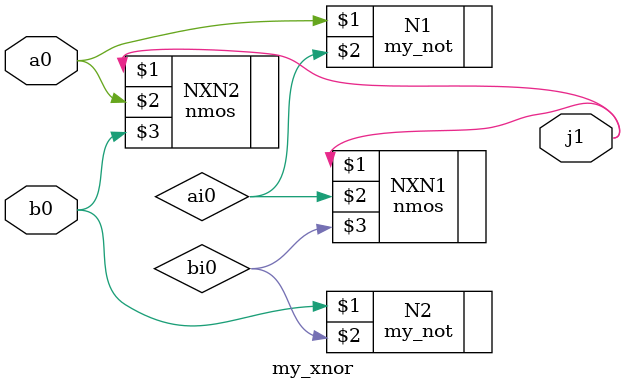
<source format=v>
`timescale 1ns/1ns
module my_xnor(input a0, b0, output j1);
	wire ai0, bi0;

	my_not N1(a0, ai0), N2(b0, bi0);
	nmos #(3,4,5) NXN1(j1,ai0,bi0);
	nmos #(3,4,5) NXN2(j1,a0,b0);

endmodule
</source>
